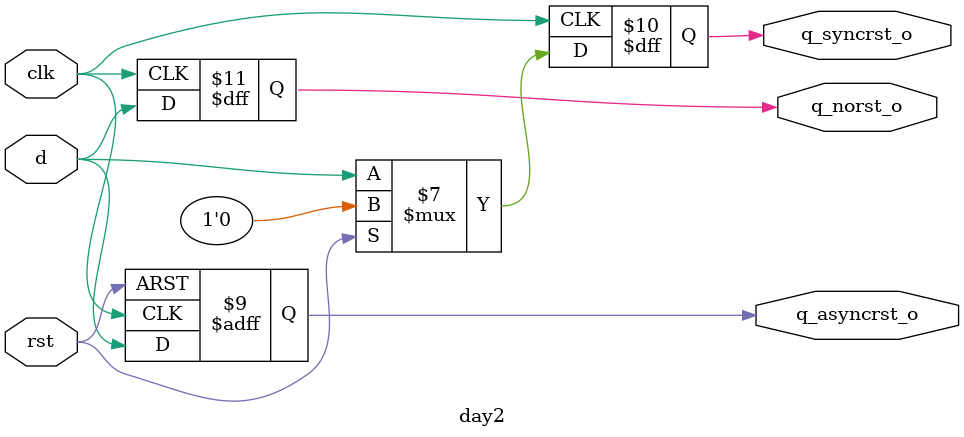
<source format=sv>
module day2(q_norst_o,q_syncrst_o,q_asyncrst_o,d,clk,rst);
output logic q_norst_o,q_syncrst_o,q_asyncrst_o;
input logic d,clk,rst;

always @(posedge clk)
begin
    q_norst_o <= d;
end

always @(posedge clk)
begin
    if(rst == 1'b1)
        q_syncrst_o <= 1'b0;
    else 
        q_syncrst_o <= d;
end

always @(posedge clk or posedge rst)
begin
    if(rst == 1'b1)
        q_asyncrst_o <= 1'b0;
    else 
        q_asyncrst_o <= d;
end

endmodule
</source>
